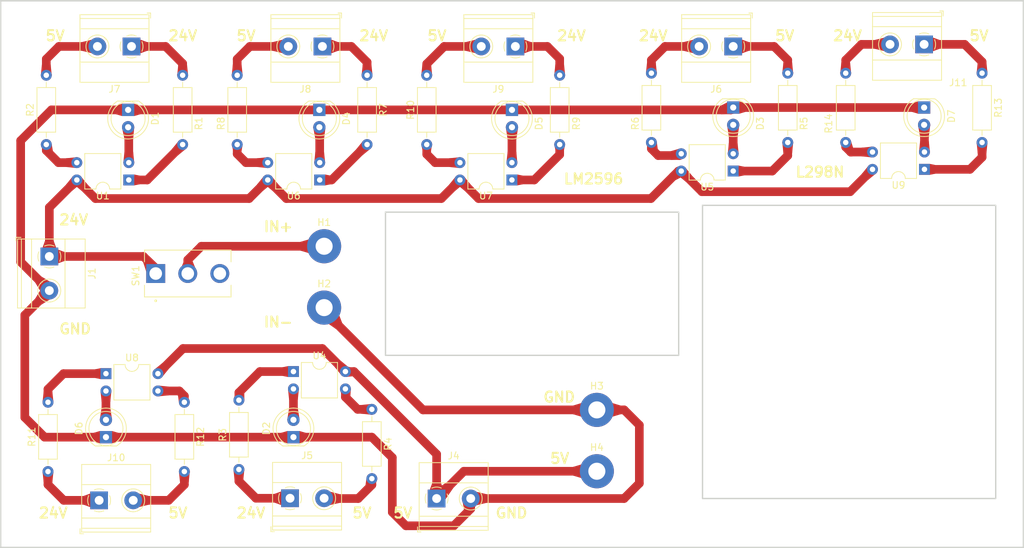
<source format=kicad_pcb>
(kicad_pcb (version 20240108) (generator "pcbnew") (generator_version "8.0")
  (layers (0 "F.Cu" signal) (31 "B.Cu" signal) (34 "B.Paste" user) (35 "F.Paste" user) (36 "B.SilkS" user "B.Silkscreen") (37 "F.SilkS" user "F.Silkscreen") (38 "B.Mask" user) (39 "F.Mask" user) (44 "Edge.Cuts" user))
  (net 0 "")
  (net 1 "Net-(D1-A)")
  (net 2 "Earth")
  (net 3 "Net-(D2-A)")
  (net 4 "Net-(D3-A)")
  (net 5 "Net-(D4-A)")
  (net 6 "Net-(D5-A)")
  (net 7 "Net-(D6-A)")
  (net 8 "Net-(D7-A)")
  (net 9 "+24V")
  (net 10 "/IN+")
  (net 11 "+5V")
  (net 12 "/CLP_SIG_4")
  (net 13 "/ESP_SIG_4")
  (net 14 "/CLP_SIG_6")
  (net 15 "/ESP_SIG_6")
  (net 16 "/CLP_SIG_1")
  (net 17 "/ESP_SIG_1")
  (net 18 "/ESP_SIG_2")
  (net 19 "/CLP_SIG_2")
  (net 20 "/CLP_SIG_3")
  (net 21 "/ESP_SIG_3")
  (net 22 "/ESP_SIG_5")
  (net 23 "/CLP_SIG_5")
  (net 24 "/CLP_SIG_7")
  (net 25 "/ESP_SIG_7")
  (net 26 "Net-(R1-Pad2)")
  (net 27 "Net-(R2-Pad1)")
  (net 28 "Net-(R3-Pad2)")
  (net 29 "Net-(R4-Pad1)")
  (net 30 "Net-(R5-Pad2)")
  (net 31 "Net-(R6-Pad1)")
  (net 32 "Net-(R7-Pad2)")
  (net 33 "Net-(R8-Pad1)")
  (net 34 "Net-(R9-Pad2)")
  (net 35 "Net-(R10-Pad1)")
  (net 36 "Net-(R11-Pad2)")
  (net 37 "Net-(R12-Pad1)")
  (net 38 "Net-(R13-Pad2)")
  (net 39 "Net-(R14-Pad1)")
  (footprint "Resistor_THT:R_Axial_DIN0207_L6.3mm_D2.5mm_P10.16mm_Horizontal" (layer "F.Cu") (at 104 129.92 -90)
    (property "Reference" "R4" (at 5.08 -2.37 90) (layer "F.SilkS"))
    (property "Value" "R")
    (pad "1" thru_hole circle (at 0 0 270) (size 1.6 1.6) (drill 0.8) (layers "*.Cu" "*.Mask") (net 29 "Net-(R4-Pad1)"))
    (pad "2" thru_hole oval (at 10.16 0 270) (size 1.6 1.6) (drill 0.8) (layers "*.Cu" "*.Mask") (net 13 "/ESP_SIG_4"))
  )
  (footprint "Package_DIP:DIP-4_W7.62mm" (layer "F.Cu") (at 124.54 96.275 180)
    (property "Reference" "U7" (at 3.81 -2.33 180) (layer "F.SilkS"))
    (property "Value" "EL817")
    (pad "1" thru_hole rect (at 0 0 180) (size 1.6 1.6) (drill 0.8) (layers "*.Cu" "*.Mask") (net 34 "Net-(R9-Pad2)"))
    (pad "2" thru_hole oval (at 0 2.54 180) (size 1.6 1.6) (drill 0.8) (layers "*.Cu" "*.Mask") (net 6 "Net-(D5-A)"))
    (pad "3" thru_hole oval (at 7.62 2.54 180) (size 1.6 1.6) (drill 0.8) (layers "*.Cu" "*.Mask") (net 35 "Net-(R10-Pad1)"))
    (pad "4" thru_hole oval (at 7.62 0 180) (size 1.6 1.6) (drill 0.8) (layers "*.Cu" "*.Mask") (net 9 "+24V"))
  )
  (footprint "MountingHole:MountingHole_2.5mm_Pad" (layer "F.Cu") (at 97 106)
    (property "Reference" "H1" (at 0 -3.5 0) (layer "F.SilkS"))
    (property "Value" "MountingHole_Pad")
    (pad "1" thru_hole circle (at 0 0) (size 5 5) (drill 2.5) (layers "*.Cu" "*.Mask") (net 10 "/IN+"))
  )
  (footprint "Package_DIP:DIP-4_W7.62mm" (layer "F.Cu") (at 65 124.685)
    (property "Reference" "U8" (at 3.81 -2.33 0) (layer "F.SilkS"))
    (property "Value" "EL817")
    (pad "1" thru_hole rect (at 0 0) (size 1.6 1.6) (drill 0.8) (layers "*.Cu" "*.Mask") (net 36 "Net-(R11-Pad2)"))
    (pad "2" thru_hole oval (at 0 2.54) (size 1.6 1.6) (drill 0.8) (layers "*.Cu" "*.Mask") (net 7 "Net-(D6-A)"))
    (pad "3" thru_hole oval (at 7.62 2.54) (size 1.6 1.6) (drill 0.8) (layers "*.Cu" "*.Mask") (net 37 "Net-(R12-Pad1)"))
    (pad "4" thru_hole oval (at 7.62 0) (size 1.6 1.6) (drill 0.8) (layers "*.Cu" "*.Mask") (net 11 "+5V"))
  )
  (footprint "chave:SW_100SP1T1B4M2QE" (layer "F.Cu") (at 77 110 90)
    (property "Reference" "SW1" (at -0.325 -7.635 -90) (layer "F.SilkS"))
    (property "Value" "SW_SPDT_312")
    (pad "1" thru_hole rect (at 0 -4.7 90) (size 2.775 2.775) (drill 1.85) (layers "*.Cu" "*.Mask") (net 9 "+24V"))
    (pad "2" thru_hole circle (at 0 0 90) (size 2.775 2.775) (drill 1.85) (layers "*.Cu" "*.Mask") (net 10 "/IN+"))
    (pad "3" thru_hole circle (at 0 4.7 90) (size 2.775 2.775) (drill 1.85) (layers "*.Cu" "*.Mask"))
  )
  (footprint "Resistor_THT:R_Axial_DIN0207_L6.3mm_D2.5mm_P10.16mm_Horizontal" (layer "F.Cu") (at 103.3 80.92 -90)
    (property "Reference" "R7" (at 5.08 -2.37 90) (layer "F.SilkS"))
    (property "Value" "R")
    (pad "1" thru_hole circle (at 0 0 270) (size 1.6 1.6) (drill 0.8) (layers "*.Cu" "*.Mask") (net 18 "/ESP_SIG_2"))
    (pad "2" thru_hole oval (at 10.16 0 270) (size 1.6 1.6) (drill 0.8) (layers "*.Cu" "*.Mask") (net 32 "Net-(R7-Pad2)"))
  )
  (footprint "LED_THT:LED_D5.0mm_IRBlack" (layer "F.Cu") (at 124.55 86 -90)
    (property "Reference" "D5" (at 2 -3.96 90) (layer "F.SilkS"))
    (property "Value" "LED")
    (pad "1" thru_hole rect (at 0 0 270) (size 1.8 1.8) (drill 0.9) (layers "*.Cu" "*.Mask") (net 2 "Earth"))
    (pad "2" thru_hole circle (at 2.54 0 270) (size 1.8 1.8) (drill 0.9) (layers "*.Cu" "*.Mask") (net 6 "Net-(D5-A)"))
  )
  (footprint "Package_DIP:DIP-4_W7.62mm" (layer "F.Cu") (at 92.5 124.38)
    (property "Reference" "U4" (at 3.81 -2.33 0) (layer "F.SilkS"))
    (property "Value" "EL817")
    (pad "1" thru_hole rect (at 0 0) (size 1.6 1.6) (drill 0.8) (layers "*.Cu" "*.Mask") (net 28 "Net-(R3-Pad2)"))
    (pad "2" thru_hole oval (at 0 2.54) (size 1.6 1.6) (drill 0.8) (layers "*.Cu" "*.Mask") (net 3 "Net-(D2-A)"))
    (pad "3" thru_hole oval (at 7.62 2.54) (size 1.6 1.6) (drill 0.8) (layers "*.Cu" "*.Mask") (net 29 "Net-(R4-Pad1)"))
    (pad "4" thru_hole oval (at 7.62 0) (size 1.6 1.6) (drill 0.8) (layers "*.Cu" "*.Mask") (net 11 "+5V"))
  )
  (footprint "Resistor_THT:R_Axial_DIN0207_L6.3mm_D2.5mm_P10.16mm_Horizontal" (layer "F.Cu") (at 193.5 80.615 -90)
    (property "Reference" "R13" (at 5.08 -2.37 90) (layer "F.SilkS"))
    (property "Value" "R")
    (pad "1" thru_hole circle (at 0 0 270) (size 1.6 1.6) (drill 0.8) (layers "*.Cu" "*.Mask") (net 25 "/ESP_SIG_7"))
    (pad "2" thru_hole oval (at 10.16 0 270) (size 1.6 1.6) (drill 0.8) (layers "*.Cu" "*.Mask") (net 38 "Net-(R13-Pad2)"))
  )
  (footprint "Resistor_THT:R_Axial_DIN0207_L6.3mm_D2.5mm_P10.16mm_Horizontal" (layer "F.Cu") (at 56.5 139.04 90)
    (property "Reference" "R11" (at 5.08 -2.37 -90) (layer "F.SilkS"))
    (property "Value" "R")
    (pad "1" thru_hole circle (at 0 0 90) (size 1.6 1.6) (drill 0.8) (layers "*.Cu" "*.Mask") (net 23 "/CLP_SIG_5"))
    (pad "2" thru_hole oval (at 10.16 0 90) (size 1.6 1.6) (drill 0.8) (layers "*.Cu" "*.Mask") (net 36 "Net-(R11-Pad2)"))
  )
  (footprint "Resistor_THT:R_Axial_DIN0207_L6.3mm_D2.5mm_P10.16mm_Horizontal" (layer "F.Cu") (at 173.5 90.775 90)
    (property "Reference" "R14" (at 2.775 -2.5 -90) (layer "F.SilkS"))
    (property "Value" "R")
    (pad "1" thru_hole circle (at 0 0 90) (size 1.6 1.6) (drill 0.8) (layers "*.Cu" "*.Mask") (net 39 "Net-(R14-Pad1)"))
    (pad "2" thru_hole oval (at 10.16 0 90) (size 1.6 1.6) (drill 0.8) (layers "*.Cu" "*.Mask") (net 24 "/CLP_SIG_7"))
  )
  (footprint "Package_DIP:DIP-4_W7.62mm" (layer "F.Cu") (at 68.35 96.275 180)
    (property "Reference" "U1" (at 3.81 -2.33 180) (layer "F.SilkS"))
    (property "Value" "EL817")
    (pad "1" thru_hole rect (at 0 0 180) (size 1.6 1.6) (drill 0.8) (layers "*.Cu" "*.Mask") (net 26 "Net-(R1-Pad2)"))
    (pad "2" thru_hole oval (at 0 2.54 180) (size 1.6 1.6) (drill 0.8) (layers "*.Cu" "*.Mask") (net 1 "Net-(D1-A)"))
    (pad "3" thru_hole oval (at 7.62 2.54 180) (size 1.6 1.6) (drill 0.8) (layers "*.Cu" "*.Mask") (net 27 "Net-(R2-Pad1)"))
    (pad "4" thru_hole oval (at 7.62 0 180) (size 1.6 1.6) (drill 0.8) (layers "*.Cu" "*.Mask") (net 9 "+24V"))
  )
  (footprint "TerminalBlock_Phoenix:TerminalBlock_Phoenix_MKDS-1,5-2_1x02_P5.00mm_Horizontal" (layer "F.Cu") (at 64 143.265)
    (property "Reference" "J10" (at 2.5 -6.26 0) (layer "F.SilkS"))
    (property "Value" "Screw_Terminal_01x02")
    (pad "1" thru_hole rect (at 0 0) (size 2.6 2.6) (drill 1.3) (layers "*.Cu" "*.Mask") (net 23 "/CLP_SIG_5"))
    (pad "2" thru_hole circle (at 5 0) (size 2.6 2.6) (drill 1.3) (layers "*.Cu" "*.Mask") (net 22 "/ESP_SIG_5"))
  )
  (footprint "LED_THT:LED_D5.0mm_IRBlack" (layer "F.Cu") (at 96.3 86 -90)
    (property "Reference" "D4" (at 1.27 -3.96 90) (layer "F.SilkS"))
    (property "Value" "LED")
    (pad "1" thru_hole rect (at 0 0 270) (size 1.8 1.8) (drill 0.9) (layers "*.Cu" "*.Mask") (net 2 "Earth"))
    (pad "2" thru_hole circle (at 2.54 0 270) (size 1.8 1.8) (drill 0.9) (layers "*.Cu" "*.Mask") (net 5 "Net-(D4-A)"))
  )
  (footprint "Resistor_THT:R_Axial_DIN0207_L6.3mm_D2.5mm_P10.16mm_Horizontal" (layer "F.Cu") (at 56.25 91.08 90)
    (property "Reference" "R2" (at 5.08 -2.37 -90) (layer "F.SilkS"))
    (property "Value" "R")
    (pad "1" thru_hole circle (at 0 0 90) (size 1.6 1.6) (drill 0.8) (layers "*.Cu" "*.Mask") (net 27 "Net-(R2-Pad1)"))
    (pad "2" thru_hole oval (at 10.16 0 90) (size 1.6 1.6) (drill 0.8) (layers "*.Cu" "*.Mask") (net 16 "/CLP_SIG_1"))
  )
  (footprint "Resistor_THT:R_Axial_DIN0207_L6.3mm_D2.5mm_P10.16mm_Horizontal" (layer "F.Cu") (at 112.05 91.08 90)
    (property "Reference" "R10" (at 5.08 -2.37 -90) (layer "F.SilkS"))
    (property "Value" "R")
    (pad "1" thru_hole circle (at 0 0 90) (size 1.6 1.6) (drill 0.8) (layers "*.Cu" "*.Mask") (net 35 "Net-(R10-Pad1)"))
    (pad "2" thru_hole oval (at 10.16 0 90) (size 1.6 1.6) (drill 0.8) (layers "*.Cu" "*.Mask") (net 20 "/CLP_SIG_3"))
  )
  (footprint "LED_THT:LED_D5.0mm_IRBlack" (layer "F.Cu") (at 65 134 90)
    (property "Reference" "D6" (at 1.27 -3.96 -90) (layer "F.SilkS"))
    (property "Value" "LED")
    (pad "1" thru_hole rect (at 0 0 90) (size 1.8 1.8) (drill 0.9) (layers "*.Cu" "*.Mask") (net 2 "Earth"))
    (pad "2" thru_hole circle (at 2.54 0 90) (size 1.8 1.8) (drill 0.9) (layers "*.Cu" "*.Mask") (net 7 "Net-(D6-A)"))
  )
  (footprint "MountingHole:MountingHole_2.5mm_Pad" (layer "F.Cu") (at 137 130)
    (property "Reference" "H3" (at 0 -3.5 0) (layer "F.SilkS"))
    (property "Value" "MountingHole_Pad")
    (pad "1" thru_hole circle (at 0 0) (size 5 5) (drill 2.5) (layers "*.Cu" "*.Mask") (net 2 "Earth"))
  )
  (footprint "LED_THT:LED_D5.0mm_IRBlack" (layer "F.Cu") (at 185 85.655 -90)
    (property "Reference" "D7" (at 1.27 -4 90) (layer "F.SilkS"))
    (property "Value" "LED")
    (pad "1" thru_hole rect (at 0 0 270) (size 1.8 1.8) (drill 0.9) (layers "*.Cu" "*.Mask") (net 2 "Earth"))
    (pad "2" thru_hole circle (at 2.54 0 270) (size 1.8 1.8) (drill 0.9) (layers "*.Cu" "*.Mask") (net 8 "Net-(D7-A)"))
  )
  (footprint "TerminalBlock_Phoenix:TerminalBlock_Phoenix_MKDS-1,5-2_1x02_P5.00mm_Horizontal" (layer "F.Cu") (at 157 76.695 180)
    (property "Reference" "J6" (at 2.5 -6.26 180) (layer "F.SilkS"))
    (property "Value" "Screw_Terminal_01x02")
    (pad "1" thru_hole rect (at 0 0 180) (size 2.6 2.6) (drill 1.3) (layers "*.Cu" "*.Mask") (net 15 "/ESP_SIG_6"))
    (pad "2" thru_hole circle (at 5 0 180) (size 2.6 2.6) (drill 1.3) (layers "*.Cu" "*.Mask") (net 14 "/CLP_SIG_6"))
  )
  (footprint "MountingHole:MountingHole_2.5mm_Pad" (layer "F.Cu") (at 137 139)
    (property "Reference" "H4" (at 0 -3.5 0) (layer "F.SilkS"))
    (property "Value" "MountingHole_Pad")
    (pad "1" thru_hole circle (at 0 0) (size 5 5) (drill 2.5) (layers "*.Cu" "*.Mask") (net 11 "+5V"))
  )
  (footprint "TerminalBlock_Phoenix:TerminalBlock_Phoenix_MKDS-1,5-2_1x02_P5.00mm_Horizontal" (layer "F.Cu") (at 92 142.96)
    (property "Reference" "J5" (at 2.5 -6.26 0) (layer "F.SilkS"))
    (property "Value" "Screw_Terminal_01x02")
    (pad "1" thru_hole rect (at 0 0) (size 2.6 2.6) (drill 1.3) (layers "*.Cu" "*.Mask") (net 12 "/CLP_SIG_4"))
    (pad "2" thru_hole circle (at 5 0) (size 2.6 2.6) (drill 1.3) (layers "*.Cu" "*.Mask") (net 13 "/ESP_SIG_4"))
  )
  (footprint "Resistor_THT:R_Axial_DIN0207_L6.3mm_D2.5mm_P10.16mm_Horizontal" (layer "F.Cu") (at 76.25 80.92 -90)
    (property "Reference" "R1" (at 7.08 -2.37 90) (layer "F.SilkS"))
    (property "Value" "R")
    (pad "1" thru_hole circle (at 0 0 270) (size 1.6 1.6) (drill 0.8) (layers "*.Cu" "*.Mask") (net 17 "/ESP_SIG_1"))
    (pad "2" thru_hole oval (at 10.16 0 270) (size 1.6 1.6) (drill 0.8) (layers "*.Cu" "*.Mask") (net 26 "Net-(R1-Pad2)"))
  )
  (footprint "Resistor_THT:R_Axial_DIN0207_L6.3mm_D2.5mm_P10.16mm_Horizontal" (layer "F.Cu") (at 131.55 80.92 -90)
    (property "Reference" "R9" (at 7.08 -2.45 90) (layer "F.SilkS"))
    (property "Value" "R")
    (pad "1" thru_hole circle (at 0 0 270) (size 1.6 1.6) (drill 0.8) (layers "*.Cu" "*.Mask") (net 21 "/ESP_SIG_3"))
    (pad "2" thru_hole oval (at 10.16 0 270) (size 1.6 1.6) (drill 0.8) (layers "*.Cu" "*.Mask") (net 34 "Net-(R9-Pad2)"))
  )
  (footprint "Package_DIP:DIP-4_W7.62mm" (layer "F.Cu") (at 185.05 94.72 180)
    (property "Reference" "U9" (at 3.81 -2.33 180) (layer "F.SilkS"))
    (property "Value" "EL817")
    (pad "1" thru_hole rect (at 0 0 180) (size 1.6 1.6) (drill 0.8) (layers "*.Cu" "*.Mask") (net 38 "Net-(R13-Pad2)"))
    (pad "2" thru_hole oval (at 0 2.54 180) (size 1.6 1.6) (drill 0.8) (layers "*.Cu" "*.Mask") (net 8 "Net-(D7-A)"))
    (pad "3" thru_hole oval (at 7.62 2.54 180) (size 1.6 1.6) (drill 0.8) (layers "*.Cu" "*.Mask") (net 39 "Net-(R14-Pad1)"))
    (pad "4" thru_hole oval (at 7.62 0 180) (size 1.6 1.6) (drill 0.8) (layers "*.Cu" "*.Mask") (net 9 "+24V"))
  )
  (footprint "TerminalBlock_Phoenix:TerminalBlock_Phoenix_MKDS-1,5-2_1x02_P5.00mm_Horizontal" (layer "F.Cu") (at 68.75 76.695 180)
    (property "Reference" "J7" (at 2.5 -6.26 180) (layer "F.SilkS"))
    (property "Value" "Screw_Terminal_01x02")
    (pad "1" thru_hole rect (at 0 0 180) (size 2.6 2.6) (drill 1.3) (layers "*.Cu" "*.Mask") (net 17 "/ESP_SIG_1"))
    (pad "2" thru_hole circle (at 5 0 180) (size 2.6 2.6) (drill 1.3) (layers "*.Cu" "*.Mask") (net 16 "/CLP_SIG_1"))
  )
  (footprint "Resistor_THT:R_Axial_DIN0207_L6.3mm_D2.5mm_P10.16mm_Horizontal" (layer "F.Cu") (at 84.5 138.735 90)
    (property "Reference" "R3" (at 5.08 -2.37 -90) (layer "F.SilkS"))
    (property "Value" "R")
    (pad "1" thru_hole circle (at 0 0 90) (size 1.6 1.6) (drill 0.8) (layers "*.Cu" "*.Mask") (net 12 "/CLP_SIG_4"))
    (pad "2" thru_hole oval (at 10.16 0 90) (size 1.6 1.6) (drill 0.8) (layers "*.Cu" "*.Mask") (net 28 "Net-(R3-Pad2)"))
  )
  (footprint "Resistor_THT:R_Axial_DIN0207_L6.3mm_D2.5mm_P10.16mm_Horizontal" (layer "F.Cu") (at 84.25 91.08 90)
    (property "Reference" "R8" (at 3.08 -2.37 -90) (layer "F.SilkS"))
    (property "Value" "R")
    (pad "1" thru_hole circle (at 0 0 90) (size 1.6 1.6) (drill 0.8) (layers "*.Cu" "*.Mask") (net 33 "Net-(R8-Pad1)"))
    (pad "2" thru_hole oval (at 10.16 0 90) (size 1.6 1.6) (drill 0.8) (layers "*.Cu" "*.Mask") (net 19 "/CLP_SIG_2"))
  )
  (footprint "TerminalBlock_Phoenix:TerminalBlock_Phoenix_MKDS-1,5-2_1x02_P5.00mm_Horizontal" (layer "F.Cu") (at 125.05 76.695 180)
    (property "Reference" "J9" (at 2.5 -6.26 180) (layer "F.SilkS"))
    (property "Value" "Screw_Terminal_01x02")
    (pad "1" thru_hole rect (at 0 0 180) (size 2.6 2.6) (drill 1.3) (layers "*.Cu" "*.Mask") (net 21 "/ESP_SIG_3"))
    (pad "2" thru_hole circle (at 5 0 180) (size 2.6 2.6) (drill 1.3) (layers "*.Cu" "*.Mask") (net 20 "/CLP_SIG_3"))
  )
  (footprint "MountingHole:MountingHole_2.5mm_Pad" (layer "F.Cu") (at 97 115)
    (property "Reference" "H2" (at 0 -3.5 0) (layer "F.SilkS"))
    (property "Value" "MountingHole_Pad")
    (pad "1" thru_hole circle (at 0 0) (size 5 5) (drill 2.5) (layers "*.Cu" "*.Mask") (net 2 "Earth"))
  )
  (footprint "Package_DIP:DIP-4_W7.62mm" (layer "F.Cu") (at 157 94.97 180)
    (property "Reference" "U5" (at 3.81 -2.33 180) (layer "F.SilkS"))
    (property "Value" "EL817")
    (pad "1" thru_hole rect (at 0 0 180) (size 1.6 1.6) (drill 0.8) (layers "*.Cu" "*.Mask") (net 30 "Net-(R5-Pad2)"))
    (pad "2" thru_hole oval (at 0 2.54 180) (size 1.6 1.6) (drill 0.8) (layers "*.Cu" "*.Mask") (net 4 "Net-(D3-A)"))
    (pad "3" thru_hole oval (at 7.62 2.54 180) (size 1.6 1.6) (drill 0.8) (layers "*.Cu" "*.Mask") (net 31 "Net-(R6-Pad1)"))
    (pad "4" thru_hole oval (at 7.62 0 180) (size 1.6 1.6) (drill 0.8) (layers "*.Cu" "*.Mask") (net 9 "+24V"))
  )
  (footprint "TerminalBlock_Phoenix:TerminalBlock_Phoenix_MKDS-1,5-2_1x02_P5.00mm_Horizontal" (layer "F.Cu") (at 96.75 76.695 180)
    (property "Reference" "J8" (at 2.5 -6.26 180) (layer "F.SilkS"))
    (property "Value" "Screw_Terminal_01x02")
    (pad "1" thru_hole rect (at 0 0 180) (size 2.6 2.6) (drill 1.3) (layers "*.Cu" "*.Mask") (net 18 "/ESP_SIG_2"))
    (pad "2" thru_hole circle (at 5 0 180) (size 2.6 2.6) (drill 1.3) (layers "*.Cu" "*.Mask") (net 19 "/CLP_SIG_2"))
  )
  (footprint "LED_THT:LED_D5.0mm_IRBlack" (layer "F.Cu") (at 92.5 134 90)
    (property "Reference" "D2" (at 1.27 -3.96 -90) (layer "F.SilkS"))
    (property "Value" "LED")
    (pad "1" thru_hole rect (at 0 0 90) (size 1.8 1.8) (drill 0.9) (layers "*.Cu" "*.Mask") (net 2 "Earth"))
    (pad "2" thru_hole circle (at 2.54 0 90) (size 1.8 1.8) (drill 0.9) (layers "*.Cu" "*.Mask") (net 3 "Net-(D2-A)"))
  )
  (footprint "Resistor_THT:R_Axial_DIN0207_L6.3mm_D2.5mm_P10.16mm_Horizontal" (layer "F.Cu") (at 165 80.615 -90)
    (property "Reference" "R5" (at 7.385 -2.37 90) (layer "F.SilkS"))
    (property "Value" "R")
    (pad "1" thru_hole circle (at 0 0 270) (size 1.6 1.6) (drill 0.8) (layers "*.Cu" "*.Mask") (net 15 "/ESP_SIG_6"))
    (pad "2" thru_hole oval (at 10.16 0 270) (size 1.6 1.6) (drill 0.8) (layers "*.Cu" "*.Mask") (net 30 "Net-(R5-Pad2)"))
  )
  (footprint "LED_THT:LED_D5.0mm_IRBlack" (layer "F.Cu") (at 157 85.655 -90)
    (property "Reference" "D3" (at 2.345 -3.96 90) (layer "F.SilkS"))
    (property "Value" "LED")
    (pad "1" thru_hole rect (at 0 0 270) (size 1.8 1.8) (drill 0.9) (layers "*.Cu" "*.Mask") (net 2 "Earth"))
    (pad "2" thru_hole circle (at 2.54 0 270) (size 1.8 1.8) (drill 0.9) (layers "*.Cu" "*.Mask") (net 4 "Net-(D3-A)"))
  )
  (footprint "Package_DIP:DIP-4_W7.62mm" (layer "F.Cu") (at 96.35 96.275 180)
    (property "Reference" "U6" (at 3.81 -2.33 180) (layer "F.SilkS"))
    (property "Value" "EL817")
    (pad "1" thru_hole rect (at 0 0 180) (size 1.6 1.6) (drill 0.8) (layers "*.Cu" "*.Mask") (net 32 "Net-(R7-Pad2)"))
    (pad "2" thru_hole oval (at 0 2.54 180) (size 1.6 1.6) (drill 0.8) (layers "*.Cu" "*.Mask") (net 5 "Net-(D4-A)"))
    (pad "3" thru_hole oval (at 7.62 2.54 180) (size 1.6 1.6) (drill 0.8) (layers "*.Cu" "*.Mask") (net 33 "Net-(R8-Pad1)"))
    (pad "4" thru_hole oval (at 7.62 0 180) (size 1.6 1.6) (drill 0.8) (layers "*.Cu" "*.Mask") (net 9 "+24V"))
  )
  (footprint "Resistor_THT:R_Axial_DIN0207_L6.3mm_D2.5mm_P10.16mm_Horizontal" (layer "F.Cu") (at 76.5 128.88 -90)
    (property "Reference" "R12" (at 5.08 -2.37 90) (layer "F.SilkS"))
    (property "Value" "R")
    (pad "1" thru_hole circle (at 0 0 270) (size 1.6 1.6) (drill 0.8) (layers "*.Cu" "*.Mask") (net 37 "Net-(R12-Pad1)"))
    (pad "2" thru_hole oval (at 10.16 0 270) (size 1.6 1.6) (drill 0.8) (layers "*.Cu" "*.Mask") (net 22 "/ESP_SIG_5"))
  )
  (footprint "Resistor_THT:R_Axial_DIN0207_L6.3mm_D2.5mm_P10.16mm_Horizontal" (layer "F.Cu") (at 145 90.775 90)
    (property "Reference" "R6" (at 2.775 -2.37 -90) (layer "F.SilkS"))
    (property "Value" "R")
    (pad "1" thru_hole circle (at 0 0 90) (size 1.6 1.6) (drill 0.8) (layers "*.Cu" "*.Mask") (net 31 "Net-(R6-Pad1)"))
    (pad "2" thru_hole oval (at 10.16 0 90) (size 1.6 1.6) (drill 0.8) (layers "*.Cu" "*.Mask") (net 14 "/CLP_SIG_6"))
  )
  (footprint "TerminalBlock_Phoenix:TerminalBlock_Phoenix_MKDS-1,5-2_1x02_P5.00mm_Horizontal" (layer "F.Cu") (at 185 76.39 180)
    (property "Reference" "J11" (at -5 -5.61 180) (layer "F.SilkS"))
    (property "Value" "Screw_Terminal_01x02")
    (pad "1" thru_hole rect (at 0 0 180) (size 2.6 2.6) (drill 1.3) (layers "*.Cu" "*.Mask") (net 25 "/ESP_SIG_7"))
    (pad "2" thru_hole circle (at 5 0 180) (size 2.6 2.6) (drill 1.3) (layers "*.Cu" "*.Mask") (net 24 "/CLP_SIG_7"))
  )
  (footprint "LED_THT:LED_D5.0mm_IRBlack" (layer "F.Cu") (at 68.25 86 -90)
    (property "Reference" "D1" (at 1.27 -3.96 90) (layer "F.SilkS"))
    (property "Value" "LED")
    (pad "1" thru_hole rect (at 0 0 270) (size 1.8 1.8) (drill 0.9) (layers "*.Cu" "*.Mask") (net 2 "Earth"))
    (pad "2" thru_hole circle (at 2.54 0 270) (size 1.8 1.8) (drill 0.9) (layers "*.Cu" "*.Mask") (net 1 "Net-(D1-A)"))
  )
  (footprint "TerminalBlock_Phoenix:TerminalBlock_Phoenix_MKDS-1,5-2_1x02_P5.00mm_Horizontal" (layer "F.Cu") (at 113.5 143)
    (property "Reference" "J4" (at 2.5 -6.26 0) (layer "F.SilkS"))
    (property "Value" "Screw_Terminal_01x02")
    (pad "1" thru_hole rect (at 0 0) (size 2.6 2.6) (drill 1.3) (layers "*.Cu" "*.Mask") (net 11 "+5V"))
    (pad "2" thru_hole circle (at 5 0) (size 2.6 2.6) (drill 1.3) (layers "*.Cu" "*.Mask") (net 2 "Earth"))
  )
  (footprint "TerminalBlock_Phoenix:TerminalBlock_Phoenix_MKDS-1,5-2_1x02_P5.00mm_Horizontal" (layer "F.Cu") (at 56.695 107.5 -90)
    (property "Reference" "J1" (at 2.5 -6.26 90) (layer "F.SilkS"))
    (property "Value" "Screw_Terminal_01x02")
    (pad "1" thru_hole rect (at 0 0 270) (size 2.6 2.6) (drill 1.3) (layers "*.Cu" "*.Mask") (net 9 "+24V"))
    (pad "2" thru_hole circle (at 5 0 270) (size 2.6 2.6) (drill 1.3) (layers "*.Cu" "*.Mask") (net 2 "Earth"))
  )
  (gr_line (start 199.56 150.17) (end 49.56 150.17) (stroke (width 0.2)) (layer "Edge.Cuts"))
  (gr_line (start 49.56 70) (end 199.56 70) (stroke (width 0.2)) (layer "Edge.Cuts"))
  (gr_rect (start 152.5 100) (end 195.5 143) (stroke (width 0.2)) (fill none) (layer "Edge.Cuts"))
  (gr_line (start 49.56 70) (end 49.56 150.17) (stroke (width 0.2)) (layer "Edge.Cuts"))
  (gr_line (start 199.56 70) (end 199.56 150.17) (stroke (width 0.2)) (layer "Edge.Cuts"))
  (gr_rect (start 106 101) (end 149 122) (stroke (width 0.2)) (fill none) (layer "Edge.Cuts"))
  (gr_text "5V" (at 112 76 0) (layer "F.SilkS") (effects (font (size 1.5 1.5) (thickness 0.3) (bold yes)) (justify left bottom)))
  (gr_text "24V" (at 74 76 0) (layer "F.SilkS") (effects (font (size 1.5 1.5) (thickness 0.3) (bold yes)) (justify left bottom)))
  (gr_text "5V" (at 191.5 76 0) (layer "F.SilkS") (effects (font (size 1.5 1.5) (thickness 0.3) (bold yes)) (justify left bottom)))
  (gr_text "5V" (at 56 76 0) (layer "F.SilkS") (effects (font (size 1.5 1.5) (thickness 0.3) (bold yes)) (justify left bottom)))
  (gr_text "24V" (at 84 146 0) (layer "F.SilkS") (effects (font (size 1.5 1.5) (thickness 0.3) (bold yes)) (justify left bottom)))
  (gr_text "24V" (at 131 76 0) (layer "F.SilkS") (effects (font (size 1.5 1.5) (thickness 0.3) (bold yes)) (justify left bottom)))
  (gr_text "24V" (at 143 76 0) (layer "F.SilkS") (effects (font (size 1.5 1.5) (thickness 0.3) (bold yes)) (justify left bottom)))
  (gr_text "LM2596\n" (at 132 97 0) (layer "F.SilkS") (effects (font (size 1.5 1.5) (thickness 0.3) (bold yes)) (justify left bottom)))
  (gr_text "GND\n" (at 129 129 0) (layer "F.SilkS") (effects (font (size 1.5 1.5) (thickness 0.3) (bold yes)) (justify left bottom)))
  (gr_text "5V" (at 84 76 0) (layer "F.SilkS") (effects (font (size 1.5 1.5) (thickness 0.3) (bold yes)) (justify left bottom)))
  (gr_text "L298N" (at 166 96 0) (layer "F.SilkS") (effects (font (size 1.5 1.5) (thickness 0.3) (bold yes)) (justify left bottom)))
  (gr_text "5V" (at 130 138 0) (layer "F.SilkS") (effects (font (size 1.5 1.5) (thickness 0.3) (bold yes)) (justify left bottom)))
  (gr_text "IN+" (at 88 104 0) (layer "F.SilkS") (effects (font (size 1.5 1.5) (thickness 0.3) (bold yes)) (justify left bottom)))
  (gr_text "IN-" (at 88 118 0) (layer "F.SilkS") (effects (font (size 1.5 1.5) (thickness 0.3) (bold yes)) (justify left bottom)))
  (gr_text "5V" (at 107 146 0) (layer "F.SilkS") (effects (font (size 1.5 1.5) (thickness 0.3) (bold yes)) (justify left bottom)))
  (gr_text "5V" (at 74 146 0) (layer "F.SilkS") (effects (font (size 1.5 1.5) (thickness 0.3) (bold yes)) (justify left bottom)))
  (gr_text "24V" (at 171.5 76 0) (layer "F.SilkS") (effects (font (size 1.5 1.5) (thickness 0.3) (bold yes)) (justify left bottom)))
  (gr_text "24V" (at 55 146 0) (layer "F.SilkS") (effects (font (size 1.5 1.5) (thickness 0.3) (bold yes)) (justify left bottom)))
  (gr_text "24V" (at 58 103 0) (layer "F.SilkS") (effects (font (size 1.5 1.5) (thickness 0.3) (bold yes)) (justify left bottom)))
  (gr_text "5V" (at 101 146 0) (layer "F.SilkS") (effects (font (size 1.5 1.5) (thickness 0.3) (bold yes)) (justify left bottom)))
  (gr_text "GND\n" (at 122 146 0) (layer "F.SilkS") (effects (font (size 1.5 1.5) (thickness 0.3) (bold yes)) (justify left bottom)))
  (gr_text "24V" (at 102 76 0) (layer "F.SilkS") (effects (font (size 1.5 1.5) (thickness 0.3) (bold yes)) (justify left bottom)))
  (gr_text "5V" (at 163 76 0) (layer "F.SilkS") (effects (font (size 1.5 1.5) (thickness 0.3) (bold yes)) (justify left bottom)))
  (gr_text "GND\n" (at 58 119 0) (layer "F.SilkS") (effects (font (size 1.5 1.5) (thickness 0.3) (bold yes)) (justify left bottom)))
  (segment (start 68.35 93.735) (end 68.35 88.64) (width 1.27) (layer "F.Cu") (net 1))
  (segment (start 68.35 88.64) (end 68.25 88.54) (width 1.27) (layer "F.Cu") (net 1))
  (segment (start 141 130) (end 137 130) (width 1.27) (layer "F.Cu") (net 2))
  (segment (start 118.5 144.508) (end 116.008 147) (width 1.27) (layer "F.Cu") (net 2))
  (segment (start 156.655 86) (end 68.25 86) (width 1.27) (layer "F.Cu") (net 2))
  (segment (start 52.492 108.297) (end 52.492 90.508) (width 1.27) (layer "F.Cu") (net 2))
  (segment (start 53.0975 131.0975) (end 53.0975 116.0975) (width 1.27) (layer "F.Cu") (net 2))
  (segment (start 185 85.655) (end 157 85.655) (width 1.27) (layer "F.Cu") (net 2))
  (segment (start 97 115.5) (end 111.5 130) (width 1.27) (layer "F.Cu") (net 2))
  (segment (start 56 134) (end 53.0975 131.0975) (width 1.27) (layer "F.Cu") (net 2))
  (segment (start 65 134) (end 56 134) (width 1.27) (layer "F.Cu") (net 2))
  (segment (start 107 137) (end 104 134) (width 1.27) (layer "F.Cu") (net 2))
  (segment (start 143.231601 132.231601) (end 141 130) (width 1.27) (layer "F.Cu") (net 2))
  (segment (start 56.695 112.5) (end 52.492 108.297) (width 1.27) (layer "F.Cu") (net 2))
  (segment (start 56.695 112.5) (end 53.0975 116.0975) (width 1.27) (layer "F.Cu") (net 2))
  (segment (start 111.5 130) (end 137 130) (width 1.27) (layer "F.Cu") (net 2))
  (segment (start 109 147) (end 107 145) (width 1.27) (layer "F.Cu") (net 2))
  (segment (start 92.5 134) (end 64.5 134) (width 1.27) (layer "F.Cu") (net 2))
  (segment (start 107 145) (end 107 137) (width 1.27) (layer "F.Cu") (net 2))
  (segment (start 57 86) (end 68.25 86) (width 1.27) (layer "F.Cu") (net 2))
  (segment (start 118.5 143) (end 118.5 144.508) (width 1.27) (layer "F.Cu") (net 2))
  (segment (start 97 115) (end 97 115.5) (width 1.27) (layer "F.Cu") (net 2))
  (segment (start 52.492 90.508) (end 57 86) (width 1.27) (layer "F.Cu") (net 2))
  (segment (start 116.008 147) (end 109 147) (width 1.27) (layer "F.Cu") (net 2))
  (segment (start 157 85.655) (end 156.655 86) (width 1.27) (layer "F.Cu") (net 2))
  (segment (start 141 143) (end 143.231601 140.768399) (width 1.27) (layer "F.Cu") (net 2))
  (segment (start 143.231601 140.768399) (end 143.231601 132.231601) (width 1.27) (layer "F.Cu") (net 2))
  (segment (start 118.5 143) (end 141 143) (width 1.27) (layer "F.Cu") (net 2))
  (segment (start 104 134) (end 92.5 134) (width 1.27) (layer "F.Cu") (net 2))
  (segment (start 92.5 131.46) (end 92.5 126.92) (width 1.27) (layer "F.Cu") (net 3))
  (segment (start 157 92.43) (end 157 88.195) (width 1.27) (layer "F.Cu") (net 4))
  (segment (start 96.35 88.59) (end 96.3 88.54) (width 1.27) (layer "F.Cu") (net 5))
  (segment (start 96.35 93.735) (end 96.35 88.59) (width 1.27) (layer "F.Cu") (net 5))
  (segment (start 124.55 88.62) (end 124.47 88.54) (width 1.27) (layer "F.Cu") (net 6))
  (segment (start 124.54 93.735) (end 124.55 93.725) (width 1.27) (layer "F.Cu") (net 6))
  (segment (start 124.55 93.725) (end 124.55 88.62) (width 1.27) (layer "F.Cu") (net 6))
  (segment (start 65 127.225) (end 65 131.46) (width 1.27) (layer "F.Cu") (net 7))
  (segment (start 185.05 88.245) (end 185 88.195) (width 1.27) (layer "F.Cu") (net 8))
  (segment (start 185.05 92.18) (end 185.05 88.245) (width 1.27) (layer "F.Cu") (net 8))
  (segment (start 56.695 100.31) (end 60.73 96.275) (width 1.27) (layer "F.Cu") (net 9))
  (segment (start 56.695 107.5) (end 56.695 100.31) (width 1.27) (layer "F.Cu") (net 9))
  (segment (start 174.15 98) (end 177.43 94.72) (width 1.27) (layer "F.Cu") (net 9))
  (segment (start 149.38 94.97) (end 148.97 94.97) (width 1.27) (layer "F.Cu") (net 9))
  (segment (start 114.195 99) (end 91.455 99) (width 1.27) (layer "F.Cu") (net 9))
  (segment (start 91.455 99) (end 88.73 96.275) (width 1.27) (layer "F.Cu") (net 9))
  (segment (start 72.3 109.3) (end 72.3 110) (width 1.27) (layer "F.Cu") (net 9))
  (segment (start 56.695 107.5) (end 70.5 107.5) (width 1.27) (layer "F.Cu") (net 9))
  (segment (start 60.73 96.275) (end 63.455 99) (width 1.27) (layer "F.Cu") (net 9))
  (segment (start 86.005 99) (end 88.73 96.275) (width 1.27) (layer "F.Cu") (net 9))
  (segment (start 70.5 107.5) (end 72.3 109.3) (width 1.27) (layer "F.Cu") (net 9))
  (segment (start 63.455 99) (end 86.005 99) (width 1.27) (layer "F.Cu") (net 9))
  (segment (start 148.97 94.97) (end 144.94 99) (width 1.27) (layer "F.Cu") (net 9))
  (segment (start 152.41 98) (end 174.15 98) (width 1.27) (layer "F.Cu") (net 9))
  (segment (start 116.92 96.275) (end 114.195 99) (width 1.27) (layer "F.Cu") (net 9))
  (segment (start 149.38 94.97) (end 152.41 98) (width 1.27) (layer "F.Cu") (net 9))
  (segment (start 144.94 99) (end 119.645 99) (width 1.27) (layer "F.Cu") (net 9))
  (segment (start 119.645 99) (end 116.92 96.275) (width 1.27) (layer "F.Cu") (net 9))
  (segment (start 77 108) (end 79 106) (width 1.27) (layer "F.Cu") (net 10))
  (segment (start 77 110) (end 77 108) (width 1.27) (layer "F.Cu") (net 10))
  (segment (start 79 106) (end 97 106) (width 1.27) (layer "F.Cu") (net 10))
  (segment (start 117.5 139) (end 113.5 143) (width 1.27) (layer "F.Cu") (net 11))
  (segment (start 76.305 121) (end 72.62 124.685) (width 1.27) (layer "F.Cu") (net 11))
  (segment (start 100.12 124.38) (end 101.38 124.38) (width 1.27) (layer "F.Cu") (net 11))
  (segment (start 113.5 136.5) (end 113.5 143) (width 1.27) (layer "F.Cu") (net 11))
  (segment (start 100.12 124.38) (end 96.74 121) (width 1.27) (layer "F.Cu") (net 11))
  (segment (start 96.74 121) (end 76.305 121) (width 1.27) (layer "F.Cu") (net 11))
  (segment (start 137 139) (end 117.5 139) (width 1.27) (layer "F.Cu") (net 11))
  (segment (start 101.38 124.38) (end 113.5 136.5) (width 1.27) (layer "F.Cu") (net 11))
  (segment (start 87 142.96) (end 84.5 140.46) (width 1.27) (layer "F.Cu") (net 12))
  (segment (start 84.5 140.46) (end 84.5 138.735) (width 1.27) (layer "F.Cu") (net 12))
  (segment (start 92 142.96) (end 87 142.96) (width 1.27) (layer "F.Cu") (net 12))
  (segment (start 97.04 143) (end 97 142.96) (width 1.27) (layer "F.Cu") (net 13))
  (segment (start 104 140.08) (end 104 141) (width 1.27) (layer "F.Cu") (net 13))
  (segment (start 104 141) (end 102 143) (width 1.27) (layer "F.Cu") (net 13))
  (segment (start 102 143) (end 97.04 143) (width 1.27) (layer "F.Cu") (net 13))
  (segment (start 145 80.615) (end 145 78.695) (width 1.27) (layer "F.Cu") (net 14))
  (segment (start 145 78.695) (end 147 76.695) (width 1.27) (layer "F.Cu") (net 14))
  (segment (start 147 76.695) (end 152 76.695) (width 1.27) (layer "F.Cu") (net 14))
  (segment (start 165 78.695) (end 165 80.615) (width 1.27) (layer "F.Cu") (net 15))
  (segment (start 157 76.695) (end 163 76.695) (width 1.27) (layer "F.Cu") (net 15))
  (segment (start 163 76.695) (end 165 78.695) (width 1.27) (layer "F.Cu") (net 15))
  (segment (start 58.105 76.695) (end 56.25 78.55) (width 1.27) (layer "F.Cu") (net 16))
  (segment (start 63.75 76.695) (end 58.105 76.695) (width 1.27) (layer "F.Cu") (net 16))
  (segment (start 56.25 78.55) (end 56.25 80.92) (width 1.27) (layer "F.Cu") (net 16))
  (segment (start 73.745 76.695) (end 68.75 76.695) (width 1.27) (layer "F.Cu") (net 17))
  (segment (start 76.25 80.92) (end 76.25 79.2) (width 1.27) (layer "F.Cu") (net 17))
  (segment (start 76.25 79.2) (end 73.745 76.695) (width 1.27) (layer "F.Cu") (net 17))
  (segment (start 96.75 76.695) (end 100.995 76.695) (width 1.27) (layer "F.Cu") (net 18))
  (segment (start 103.3 79) (end 103.3 80.92) (width 1.27) (layer "F.Cu") (net 18))
  (segment (start 100.995 76.695) (end 103.3 79) (width 1.27) (layer "F.Cu") (net 18))
  (segment (start 84.25 78.55) (end 84.25 80.92) (width 1.27) (layer "F.Cu") (net 19))
  (segment (start 91.75 76.695) (end 86.105 76.695) (width 1.27) (layer "F.Cu") (net 19))
  (segment (start 86.105 76.695) (end 84.25 78.55) (width 1.27) (layer "F.Cu") (net 19))
  (segment (start 120.05 76.695) (end 114.605 76.695) (width 1.27) (layer "F.Cu") (net 20))
  (segment (start 114.605 76.695) (end 112.05 79.25) (width 1.27) (layer "F.Cu") (net 20))
  (segment (start 112.05 79.25) (end 112.05 80.92) (width 1.27) (layer "F.Cu") (net 20))
  (segment (start 125.05 76.695) (end 129.745 76.695) (width 1.27) (layer "F.Cu") (net 21))
  (segment (start 129.745 76.695) (end 131.55 78.5) (width 1.27) (layer "F.Cu") (net 21))
  (segment (start 131.55 78.5) (end 131.55 80.92) (width 1.27) (layer "F.Cu") (net 21))
  (segment (start 74.195 143.265) (end 69 143.265) (width 1.27) (layer "F.Cu") (net 22))
  (segment (start 76.5 140.96) (end 74.195 143.265) (width 1.27) (layer "F.Cu") (net 22))
  (segment (start 76.5 139.04) (end 76.5 140.96) (width 1.27) (layer "F.Cu") (net 22))
  (segment (start 56.5 139.04) (end 56.5 140.96) (width 1.27) (layer "F.Cu") (net 23))
  (segment (start 58.805 143.265) (end 64 143.265) (width 1.27) (layer "F.Cu") (net 23))
  (segment (start 56.5 140.96) (end 58.805 143.265) (width 1.27) (layer "F.Cu") (net 23))
  (segment (start 173.5 78.695) (end 175.805 76.39) (width 1.27) (layer "F.Cu") (net 24))
  (segment (start 175.805 76.39) (end 180 76.39) (width 1.27) (layer "F.Cu") (net 24))
  (segment (start 173.5 80.615) (end 173.5 78.695) (width 1.27) (layer "F.Cu") (net 24))
  (segment (start 190.945 76.39) (end 193.5 78.945) (width 1.27) (layer "F.Cu") (net 25))
  (segment (start 193.5 78.945) (end 193.5 80.615) (width 1.27) (layer "F.Cu") (net 25))
  (segment (start 185 76.39) (end 190.945 76.39) (width 1.27) (layer "F.Cu") (net 25))
  (segment (start 71.055 96.275) (end 76.25 91.08) (width 1.27) (layer "F.Cu") (net 26))
  (segment (start 68.35 96.275) (end 71.055 96.275) (width 1.27) (layer "F.Cu") (net 26))
  (segment (start 58.035 93.735) (end 56.25 91.95) (width 1.27) (layer "F.Cu") (net 27))
  (segment (start 56.25 91.95) (end 56.25 91.08) (width 1.27) (layer "F.Cu") (net 27))
  (segment (start 60.73 93.735) (end 58.035 93.735) (width 1.27) (layer "F.Cu") (net 27))
  (segment (start 87.58 124.38) (end 84.5 127.46) (width 1.27) (layer "F.Cu") (net 28))
  (segment (start 84.5 127.46) (end 84.5 128.575) (width 1.27) (layer "F.Cu") (net 28))
  (segment (start 92.5 124.38) (end 87.58 124.38) (width 1.27) (layer "F.Cu") (net 28))
  (segment (start 100.12 128.12) (end 101.92 129.92) (width 1.27) (layer "F.Cu") (net 29))
  (segment (start 100.12 126.92) (end 100.12 128.12) (width 1.27) (layer "F.Cu") (net 29))
  (segment (start 101.92 129.92) (end 104 129.92) (width 1.27) (layer "F.Cu") (net 29))
  (segment (start 162.725 94.97) (end 165 92.695) (width 1.27) (layer "F.Cu") (net 30))
  (segment (start 157 94.97) (end 162.725 94.97) (width 1.27) (layer "F.Cu") (net 30))
  (segment (start 165 92.695) (end 165 90.775) (width 1.27) (layer "F.Cu") (net 30))
  (segment (start 145 91.695) (end 145 90.775) (width 1.27) (layer "F.Cu") (net 31))
  (segment (start 149.115 92.695) (end 146 92.695) (width 1.27) (layer "F.Cu") (net 31))
  (segment (start 146 92.695) (end 145 91.695) (width 1.27) (layer "F.Cu") (net 31))
  (segment (start 149.38 92.43) (end 149.115 92.695) (width 1.27) (layer "F.Cu") (net 31))
  (segment (start 96.35 96.275) (end 98.105 96.275) (width 1.27) (layer "F.Cu") (net 32))
  (segment (start 98.105 96.275) (end 103.3 91.08) (width 1.27) (layer "F.Cu") (net 32))
  (segment (start 85.535 93.735) (end 88.73 93.735) (width 1.27) (layer "F.Cu") (net 33))
  (segment (start 84.25 92.45) (end 85.535 93.735) (width 1.27) (layer "F.Cu") (net 33))
  (segment (start 84.25 91.08) (end 84.25 92.45) (width 1.27) (layer "F.Cu") (net 33))
  (segment (start 127.825 96.275) (end 131.55 92.55) (width 1.27) (layer "F.Cu") (net 34))
  (segment (start 124.54 96.275) (end 127.825 96.275) (width 1.27) (layer "F.Cu") (net 34))
  (segment (start 131.55 92.55) (end 131.55 91.08) (width 1.27) (layer "F.Cu") (net 34))
  (segment (start 116.92 93.735) (end 113.285 93.735) (width 1.27) (layer "F.Cu") (net 35))
  (segment (start 112.05 92.5) (end 112.05 91.08) (width 1.27) (layer "F.Cu") (net 35))
  (segment (start 113.285 93.735) (end 112.05 92.5) (width 1.27) (layer "F.Cu") (net 35))
  (segment (start 56.5 126.96) (end 56.5 128.88) (width 1.27) (layer "F.Cu") (net 36))
  (segment (start 65 124.685) (end 58.775 124.685) (width 1.27) (layer "F.Cu") (net 36))
  (segment (start 58.775 124.685) (end 56.5 126.96) (width 1.27) (layer "F.Cu") (net 36))
  (segment (start 76.5 127.96) (end 75.765 127.225) (width 1.27) (layer "F.Cu") (net 37))
  (segment (start 75.765 127.225) (end 72.62 127.225) (width 1.27) (layer "F.Cu") (net 37))
  (segment (start 76.5 128.88) (end 76.5 127.96) (width 1.27) (layer "F.Cu") (net 37))
  (segment (start 185.05 94.72) (end 191.725 94.72) (width 1.27) (layer "F.Cu") (net 38))
  (segment (start 193.5 92.945) (end 193.5 90.775) (width 1.27) (layer "F.Cu") (net 38))
  (segment (start 191.725 94.72) (end 193.5 92.945) (width 1.27) (layer "F.Cu") (net 38))
  (segment (start 173.5 91.445) (end 173.5 90.775) (width 1.27) (layer "F.Cu") (net 39))
  (segment (start 174.25 92.195) (end 173.5 91.445) (width 1.27) (layer "F.Cu") (net 39))
  (segment (start 177.43 92.18) (end 174.265 92.18) (width 1.27) (layer "F.Cu") (net 39))
  (segment (start 174.265 92.18) (end 174.25 92.195) (width 1.27) (layer "F.Cu") (net 39))
)
</source>
